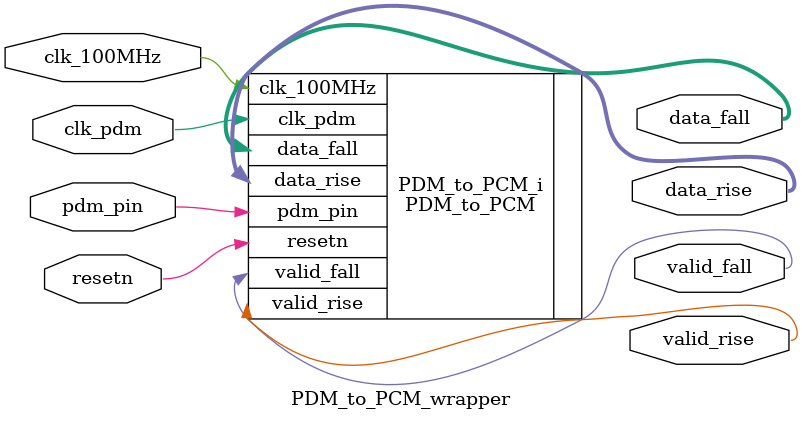
<source format=v>
`timescale 1 ps / 1 ps

module PDM_to_PCM_wrapper
   (clk_100MHz,
    clk_pdm,
    data_fall,
    data_rise,
    pdm_pin,
    resetn,
    valid_fall,
    valid_rise);
  input clk_100MHz;
  input clk_pdm;
  output [31:0]data_fall;
  output [31:0]data_rise;
  input pdm_pin;
  input resetn;
  output valid_fall;
  output valid_rise;

  wire clk_100MHz;
  wire clk_pdm;
  wire [31:0]data_fall;
  wire [31:0]data_rise;
  wire pdm_pin;
  wire resetn;
  wire valid_fall;
  wire valid_rise;

  PDM_to_PCM PDM_to_PCM_i
       (.clk_100MHz(clk_100MHz),
        .clk_pdm(clk_pdm),
        .data_fall(data_fall),
        .data_rise(data_rise),
        .pdm_pin(pdm_pin),
        .resetn(resetn),
        .valid_fall(valid_fall),
        .valid_rise(valid_rise));
endmodule

</source>
